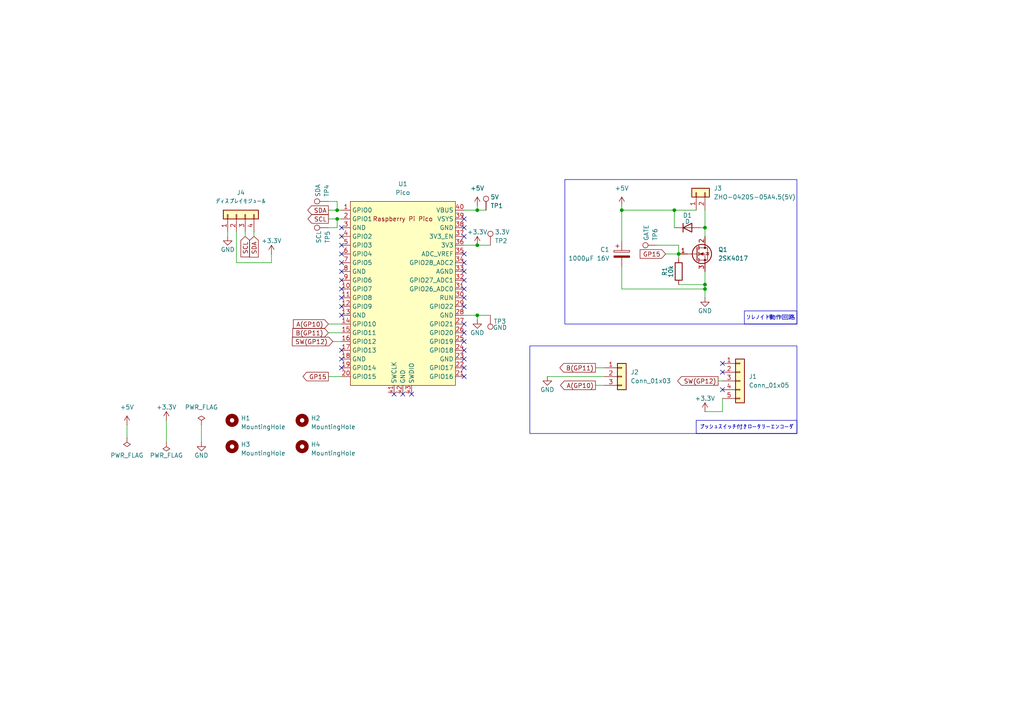
<source format=kicad_sch>
(kicad_sch (version 20231120) (generator "eeschema") (generator_version "8.0")
  (paper "A4")
  (title_block (title "プレゼンタイマー") (date "2026-02-03"))
  (lib_symbols
    (symbol "Connector:TestPoint" (pin_numbers hide) (pin_names (offset 0.762) hide)
      (property "Reference" "TP" (at 0 6.858 0))
      (property "Value" "TestPoint" (at 0 5.08 0))
      (symbol "TestPoint_0_1"
        (circle (center 0 3.302) (radius 0.762))
      )
      (symbol "TestPoint_1_1"
        (pin passive line (at 0 0 90) (length 2.54) (name "1") (number "1"))
      )
    )
    (symbol "Connector_Generic:Conn_01x02" (pin_names (offset 1.016) hide)
      (property "Reference" "J" (at 0 2.54 0))
      (property "Value" "Conn_01x02" (at 0 -5.08 0))
      (symbol "Conn_01x02_1_1"
        (rectangle (start -1.27 -2.413) (end 0 -2.667) (stroke (width 0.1524)))
        (rectangle (start -1.27 0.127) (end 0 -0.127) (stroke (width 0.1524)))
        (rectangle (start -1.27 1.27) (end 1.27 -3.81) (stroke (width 0.254)) (fill (type background)))
        (pin passive line (at -5.08 0 0) (length 3.81) (name "Pin_1") (number "1"))
        (pin passive line (at -5.08 -2.54 0) (length 3.81) (name "Pin_2") (number "2"))
      )
    )
    (symbol "Connector_Generic:Conn_01x03" (pin_names (offset 1.016) hide)
      (property "Reference" "J" (at 0 5.08 0))
      (property "Value" "Conn_01x03" (at 0 -5.08 0))
      (symbol "Conn_01x03_1_1"
        (rectangle (start -1.27 -2.413) (end 0 -2.667) (stroke (width 0.1524)))
        (rectangle (start -1.27 0.127) (end 0 -0.127) (stroke (width 0.1524)))
        (rectangle (start -1.27 2.667) (end 0 2.413) (stroke (width 0.1524)))
        (rectangle (start -1.27 3.81) (end 1.27 -3.81) (stroke (width 0.254)) (fill (type background)))
        (pin passive line (at -5.08 2.54 0) (length 3.81) (name "Pin_1") (number "1"))
        (pin passive line (at -5.08 0 0) (length 3.81) (name "Pin_2") (number "2"))
        (pin passive line (at -5.08 -2.54 0) (length 3.81) (name "Pin_3") (number "3"))
      )
    )
    (symbol "Connector_Generic:Conn_01x04" (pin_names (offset 1.016) hide)
      (property "Reference" "J" (at 0 5.08 0))
      (property "Value" "Conn_01x04" (at 0 -7.62 0))
      (symbol "Conn_01x04_1_1"
        (rectangle (start -1.27 -4.953) (end 0 -5.207) (stroke (width 0.1524)))
        (rectangle (start -1.27 -2.413) (end 0 -2.667) (stroke (width 0.1524)))
        (rectangle (start -1.27 0.127) (end 0 -0.127) (stroke (width 0.1524)))
        (rectangle (start -1.27 2.667) (end 0 2.413) (stroke (width 0.1524)))
        (rectangle (start -1.27 3.81) (end 1.27 -6.35) (stroke (width 0.254)) (fill (type background)))
        (pin passive line (at -5.08 2.54 0) (length 3.81) (name "Pin_1") (number "1"))
        (pin passive line (at -5.08 0 0) (length 3.81) (name "Pin_2") (number "2"))
        (pin passive line (at -5.08 -2.54 0) (length 3.81) (name "Pin_3") (number "3"))
        (pin passive line (at -5.08 -5.08 0) (length 3.81) (name "Pin_4") (number "4"))
      )
    )
    (symbol "Connector_Generic:Conn_01x05" (pin_names (offset 1.016) hide)
      (property "Reference" "J" (at 0 7.62 0))
      (property "Value" "Conn_01x05" (at 0 -7.62 0))
      (symbol "Conn_01x05_1_1"
        (rectangle (start -1.27 -4.953) (end 0 -5.207) (stroke (width 0.1524)))
        (rectangle (start -1.27 -2.413) (end 0 -2.667) (stroke (width 0.1524)))
        (rectangle (start -1.27 0.127) (end 0 -0.127) (stroke (width 0.1524)))
        (rectangle (start -1.27 2.667) (end 0 2.413) (stroke (width 0.1524)))
        (rectangle (start -1.27 5.207) (end 0 4.953) (stroke (width 0.1524)))
        (rectangle (start -1.27 6.35) (end 1.27 -6.35) (stroke (width 0.254)) (fill (type background)))
        (pin passive line (at -5.08 5.08 0) (length 3.81) (name "Pin_1") (number "1"))
        (pin passive line (at -5.08 2.54 0) (length 3.81) (name "Pin_2") (number "2"))
        (pin passive line (at -5.08 0 0) (length 3.81) (name "Pin_3") (number "3"))
        (pin passive line (at -5.08 -2.54 0) (length 3.81) (name "Pin_4") (number "4"))
        (pin passive line (at -5.08 -5.08 0) (length 3.81) (name "Pin_5") (number "5"))
      )
    )
    (symbol "Device:C_Polarized" (pin_numbers hide) (pin_names (offset 0.254))
      (property "Reference" "C" (at 0.635 2.54 0))
      (property "Value" "C_Polarized" (at 0.635 -2.54 0))
      (symbol "C_Polarized_0_1"
        (rectangle (start -2.286 0.508) (end 2.286 1.016))
        (polyline (pts (xy -1.778 2.286) (xy -0.762 2.286)))
        (polyline (pts (xy -1.27 2.794) (xy -1.27 1.778)))
        (rectangle (start 2.286 -0.508) (end -2.286 -1.016) (fill (type outline)))
      )
      (symbol "C_Polarized_1_1"
        (pin passive line (at 0 3.81 270) (length 2.794) (name "~") (number "1"))
        (pin passive line (at 0 -3.81 90) (length 2.794) (name "~") (number "2"))
      )
    )
    (symbol "Device:D" (pin_numbers hide) (pin_names (offset 1.016) hide)
      (property "Reference" "D" (at 0 2.54 0))
      (property "Value" "D" (at 0 -2.54 0))
      (symbol "D_0_1"
        (polyline (pts (xy -1.27 1.27) (xy -1.27 -1.27)) (stroke (width 0.254)))
        (polyline (pts (xy 1.27 0) (xy -1.27 0)))
        (polyline (pts (xy 1.27 1.27) (xy 1.27 -1.27) (xy -1.27 0) (xy 1.27 1.27)) (stroke (width 0.254)))
      )
      (symbol "D_1_1"
        (pin passive line (at -3.81 0 0) (length 2.54) (name "K") (number "1"))
        (pin passive line (at 3.81 0 180) (length 2.54) (name "A") (number "2"))
      )
    )
    (symbol "Device:Q_NMOS_GDS" (pin_names (offset 0) hide)
      (property "Reference" "Q" (at 5.08 1.27 0))
      (property "Value" "Q_NMOS_GDS" (at 5.08 -1.27 0))
      (symbol "Q_NMOS_GDS_0_1"
        (polyline (pts (xy 0.254 0) (xy -2.54 0)))
        (polyline (pts (xy 0.254 1.905) (xy 0.254 -1.905)) (stroke (width 0.254)))
        (polyline (pts (xy 0.762 -1.27) (xy 0.762 -2.286)) (stroke (width 0.254)))
        (polyline (pts (xy 0.762 0.508) (xy 0.762 -0.508)) (stroke (width 0.254)))
        (polyline (pts (xy 0.762 2.286) (xy 0.762 1.27)) (stroke (width 0.254)))
        (polyline (pts (xy 2.54 2.54) (xy 2.54 1.778)))
        (polyline (pts (xy 2.54 -2.54) (xy 2.54 0) (xy 0.762 0)))
        (polyline (pts (xy 0.762 -1.778) (xy 3.302 -1.778) (xy 3.302 1.778) (xy 0.762 1.778)))
        (polyline (pts (xy 1.016 0) (xy 2.032 0.381) (xy 2.032 -0.381) (xy 1.016 0)) (fill (type outline)))
        (polyline (pts (xy 2.794 0.508) (xy 2.921 0.381) (xy 3.683 0.381) (xy 3.81 0.254)))
        (polyline (pts (xy 3.302 0.381) (xy 2.921 -0.254) (xy 3.683 -0.254) (xy 3.302 0.381)))
        (circle (center 1.651 0) (radius 2.794) (stroke (width 0.254)))
        (circle (center 2.54 -1.778) (radius 0.254) (fill (type outline)))
        (circle (center 2.54 1.778) (radius 0.254) (fill (type outline)))
      )
      (symbol "Q_NMOS_GDS_1_1"
        (pin input line (at -5.08 0 0) (length 2.54) (name "G") (number "1"))
        (pin passive line (at 2.54 5.08 270) (length 2.54) (name "D") (number "2"))
        (pin passive line (at 2.54 -5.08 90) (length 2.54) (name "S") (number "3"))
      )
    )
    (symbol "Device:R" (pin_numbers hide) (pin_names (offset 0))
      (property "Reference" "R" (at 2.032 0 90))
      (property "Value" "R" (at 0 0 90))
      (symbol "R_0_1"
        (rectangle (start -1.016 -2.54) (end 1.016 2.54) (stroke (width 0.254)))
      )
      (symbol "R_1_1"
        (pin passive line (at 0 3.81 270) (length 1.27) (name "~") (number "1"))
        (pin passive line (at 0 -3.81 90) (length 1.27) (name "~") (number "2"))
      )
    )
    (symbol "MCU_RaspberryPi_and_Boards:Pico"
      (property "Reference" "U" (at -13.97 27.94 0))
      (property "Value" "Pico" (at 0 19.05 0))
      (symbol "Pico_0_0"
        (text "Raspberry Pi Pico" (at 0 21.59 0) (effects (font (size 1.27 1.27))))
      )
      (symbol "Pico_0_1"
        (rectangle (start -15.24 26.67) (end 15.24 -26.67) (fill (type background)))
      )
      (symbol "Pico_1_1"
        (pin bidirectional line (at -17.78 24.13 0) (length 2.54) (name "GPIO0") (number "1"))
        (pin bidirectional line (at -17.78 1.27 0) (length 2.54) (name "GPIO7") (number "10"))
        (pin bidirectional line (at -17.78 -1.27 0) (length 2.54) (name "GPIO8") (number "11"))
        (pin bidirectional line (at -17.78 -3.81 0) (length 2.54) (name "GPIO9") (number "12"))
        (pin power_in line (at -17.78 -6.35 0) (length 2.54) (name "GND") (number "13"))
        (pin bidirectional line (at -17.78 -8.89 0) (length 2.54) (name "GPIO10") (number "14"))
        (pin bidirectional line (at -17.78 -11.43 0) (length 2.54) (name "GPIO11") (number "15"))
        (pin bidirectional line (at -17.78 -13.97 0) (length 2.54) (name "GPIO12") (number "16"))
        (pin bidirectional line (at -17.78 -16.51 0) (length 2.54) (name "GPIO13") (number "17"))
        (pin power_in line (at -17.78 -19.05 0) (length 2.54) (name "GND") (number "18"))
        (pin bidirectional line (at -17.78 -21.59 0) (length 2.54) (name "GPIO14") (number "19"))
        (pin bidirectional line (at -17.78 21.59 0) (length 2.54) (name "GPIO1") (number "2"))
        (pin bidirectional line (at -17.78 -24.13 0) (length 2.54) (name "GPIO15") (number "20"))
        (pin bidirectional line (at 17.78 -24.13 180) (length 2.54) (name "GPIO16") (number "21"))
        (pin bidirectional line (at 17.78 -21.59 180) (length 2.54) (name "GPIO17") (number "22"))
        (pin power_in line (at 17.78 -19.05 180) (length 2.54) (name "GND") (number "23"))
        (pin bidirectional line (at 17.78 -16.51 180) (length 2.54) (name "GPIO18") (number "24"))
        (pin bidirectional line (at 17.78 -13.97 180) (length 2.54) (name "GPIO19") (number "25"))
        (pin bidirectional line (at 17.78 -11.43 180) (length 2.54) (name "GPIO20") (number "26"))
        (pin bidirectional line (at 17.78 -8.89 180) (length 2.54) (name "GPIO21") (number "27"))
        (pin power_in line (at 17.78 -6.35 180) (length 2.54) (name "GND") (number "28"))
        (pin bidirectional line (at 17.78 -3.81 180) (length 2.54) (name "GPIO22") (number "29"))
        (pin power_in line (at -17.78 19.05 0) (length 2.54) (name "GND") (number "3"))
        (pin input line (at 17.78 -1.27 180) (length 2.54) (name "RUN") (number "30"))
        (pin bidirectional line (at 17.78 1.27 180) (length 2.54) (name "GPIO26_ADC0") (number "31"))
        (pin bidirectional line (at 17.78 3.81 180) (length 2.54) (name "GPIO27_ADC1") (number "32"))
        (pin power_in line (at 17.78 6.35 180) (length 2.54) (name "AGND") (number "33"))
        (pin bidirectional line (at 17.78 8.89 180) (length 2.54) (name "GPIO28_ADC2") (number "34"))
        (pin power_in line (at 17.78 11.43 180) (length 2.54) (name "ADC_VREF") (number "35"))
        (pin power_in line (at 17.78 13.97 180) (length 2.54) (name "3V3") (number "36"))
        (pin input line (at 17.78 16.51 180) (length 2.54) (name "3V3_EN") (number "37"))
        (pin bidirectional line (at 17.78 19.05 180) (length 2.54) (name "GND") (number "38"))
        (pin power_in line (at 17.78 21.59 180) (length 2.54) (name "VSYS") (number "39"))
        (pin bidirectional line (at -17.78 16.51 0) (length 2.54) (name "GPIO2") (number "4"))
        (pin power_in line (at 17.78 24.13 180) (length 2.54) (name "VBUS") (number "40"))
        (pin input line (at -2.54 -29.21 90) (length 2.54) (name "SWCLK") (number "41"))
        (pin power_in line (at 0 -29.21 90) (length 2.54) (name "GND") (number "42"))
        (pin bidirectional line (at 2.54 -29.21 90) (length 2.54) (name "SWDIO") (number "43"))
        (pin bidirectional line (at -17.78 13.97 0) (length 2.54) (name "GPIO3") (number "5"))
        (pin bidirectional line (at -17.78 11.43 0) (length 2.54) (name "GPIO4") (number "6"))
        (pin bidirectional line (at -17.78 8.89 0) (length 2.54) (name "GPIO5") (number "7"))
        (pin power_in line (at -17.78 6.35 0) (length 2.54) (name "GND") (number "8"))
        (pin bidirectional line (at -17.78 3.81 0) (length 2.54) (name "GPIO6") (number "9"))
      )
    )
    (symbol "Mechanical:MountingHole" (pin_names (offset 1.016))
      (property "Reference" "H" (at 0 5.08 0))
      (property "Value" "MountingHole" (at 0 3.175 0))
      (symbol "MountingHole_0_1"
        (circle (center 0 0) (radius 1.27) (stroke (width 1.27)))
      )
    )
    (symbol "power:+3.3V" (power) (pin_numbers hide) (pin_names (offset 0) hide)
      (property "Value" "+3.3V" (at 0 3.556 0))
      (symbol "+3.3V_0_1"
        (polyline (pts (xy -0.762 1.27) (xy 0 2.54)))
        (polyline (pts (xy 0 0) (xy 0 2.54)))
        (polyline (pts (xy 0 2.54) (xy 0.762 1.27)))
      )
      (symbol "+3.3V_1_1"
        (pin power_in line (at 0 0 90) (length 0) (name "~") (number "1"))
      )
    )
    (symbol "power:+5V" (power) (pin_numbers hide) (pin_names (offset 0) hide)
      (property "Value" "+5V" (at 0 3.556 0))
      (symbol "+5V_0_1"
        (polyline (pts (xy -0.762 1.27) (xy 0 2.54)))
        (polyline (pts (xy 0 0) (xy 0 2.54)))
        (polyline (pts (xy 0 2.54) (xy 0.762 1.27)))
      )
      (symbol "+5V_1_1"
        (pin power_in line (at 0 0 90) (length 0) (name "~") (number "1"))
      )
    )
    (symbol "power:GND" (power) (pin_numbers hide) (pin_names (offset 0) hide)
      (property "Value" "GND" (at 0 -3.81 0))
      (symbol "GND_0_1"
        (polyline (pts (xy 0 0) (xy 0 -1.27) (xy 1.27 -1.27) (xy 0 -2.54) (xy -1.27 -1.27) (xy 0 -1.27)))
      )
      (symbol "GND_1_1"
        (pin power_in line (at 0 0 270) (length 0) (name "~") (number "1"))
      )
    )
    (symbol "power:PWR_FLAG" (power) (pin_numbers hide) (pin_names (offset 0) hide)
      (property "Value" "PWR_FLAG" (at 0 3.81 0))
      (symbol "PWR_FLAG_0_0"
        (pin power_out line (at 0 0 90) (length 0) (name "~") (number "1"))
      )
      (symbol "PWR_FLAG_0_1"
        (polyline (pts (xy 0 0) (xy 0 1.27) (xy -1.016 1.905) (xy 0 2.54) (xy 1.016 1.905) (xy 0 1.27)))
      )
    )
  )
  (junction (at 195.58 60.96))
  (junction (at 204.47 66.04))
  (junction (at 204.47 82.55))
  (junction (at 97.79 60.96))
  (junction (at 196.85 73.66))
  (junction (at 204.47 83.82))
  (junction (at 138.43 71.12))
  (junction (at 180.34 60.96))
  (junction (at 138.43 91.44))
  (junction (at 138.43 60.96))
  (junction (at 97.79 63.5))
  (no_connect (at 99.06 104.14))
  (no_connect (at 99.06 101.6))
  (no_connect (at 134.62 66.04))
  (no_connect (at 209.55 105.41))
  (no_connect (at 209.55 113.03))
  (no_connect (at 99.06 106.68))
  (no_connect (at 134.62 93.98))
  (no_connect (at 134.62 78.74))
  (no_connect (at 209.55 107.95))
  (no_connect (at 134.62 83.82))
  (no_connect (at 99.06 81.28))
  (no_connect (at 119.38 114.3))
  (no_connect (at 99.06 91.44))
  (no_connect (at 99.06 73.66))
  (no_connect (at 134.62 73.66))
  (no_connect (at 99.06 78.74))
  (no_connect (at 134.62 88.9))
  (no_connect (at 99.06 71.12))
  (no_connect (at 99.06 76.2))
  (no_connect (at 134.62 101.6))
  (no_connect (at 134.62 96.52))
  (no_connect (at 99.06 88.9))
  (no_connect (at 99.06 66.04))
  (no_connect (at 134.62 86.36))
  (no_connect (at 134.62 99.06))
  (no_connect (at 99.06 86.36))
  (no_connect (at 134.62 68.58))
  (no_connect (at 134.62 81.28))
  (no_connect (at 116.84 114.3))
  (no_connect (at 134.62 109.22))
  (no_connect (at 134.62 104.14))
  (no_connect (at 99.06 68.58))
  (no_connect (at 134.62 76.2))
  (no_connect (at 134.62 63.5))
  (no_connect (at 99.06 83.82))
  (no_connect (at 114.3 114.3))
  (no_connect (at 134.62 106.68))
  (wire (pts (xy 208.28 110.49) (xy 209.55 110.49)))
  (wire (pts (xy 195.58 60.96) (xy 201.93 60.96)))
  (wire (pts (xy 190.5 71.12) (xy 196.85 71.12)))
  (wire (pts (xy 97.79 63.5) (xy 99.06 63.5)))
  (wire (pts (xy 95.25 96.52) (xy 99.06 96.52)))
  (wire (pts (xy 58.42 123.19) (xy 58.42 128.27)))
  (wire (pts (xy 180.34 69.85) (xy 180.34 60.96)))
  (wire (pts (xy 196.85 82.55) (xy 204.47 82.55)))
  (wire (pts (xy 138.43 60.96) (xy 140.97 60.96)))
  (wire (pts (xy 134.62 91.44) (xy 138.43 91.44)))
  (wire (pts (xy 95.25 60.96) (xy 97.79 60.96)))
  (wire (pts (xy 180.34 59.69) (xy 180.34 60.96)))
  (wire (pts (xy 193.04 73.66) (xy 196.85 73.66)))
  (wire (pts (xy 138.43 91.44) (xy 142.24 91.44)))
  (wire (pts (xy 196.85 74.93) (xy 196.85 73.66)))
  (wire (pts (xy 180.34 77.47) (xy 180.34 83.82)))
  (wire (pts (xy 97.79 60.96) (xy 99.06 60.96)))
  (wire (pts (xy 97.79 58.42) (xy 97.79 60.96)))
  (wire (pts (xy 95.25 109.22) (xy 99.06 109.22)))
  (wire (pts (xy 209.55 119.38) (xy 204.47 119.38)))
  (wire (pts (xy 204.47 83.82) (xy 204.47 86.36)))
  (wire (pts (xy 204.47 78.74) (xy 204.47 82.55)))
  (wire (pts (xy 195.58 60.96) (xy 195.58 66.04)))
  (wire (pts (xy 73.66 67.31) (xy 73.66 68.58)))
  (wire (pts (xy 158.75 109.22) (xy 175.26 109.22)))
  (wire (pts (xy 95.25 63.5) (xy 97.79 63.5)))
  (wire (pts (xy 204.47 66.04) (xy 204.47 68.58)))
  (wire (pts (xy 138.43 71.12) (xy 142.24 71.12)))
  (wire (pts (xy 97.79 66.04) (xy 97.79 63.5)))
  (wire (pts (xy 180.34 60.96) (xy 195.58 60.96)))
  (wire (pts (xy 209.55 119.38) (xy 209.55 115.57)))
  (wire (pts (xy 95.25 93.98) (xy 99.06 93.98)))
  (wire (pts (xy 204.47 82.55) (xy 204.47 83.82)))
  (wire (pts (xy 66.04 68.58) (xy 66.04 67.31)))
  (wire (pts (xy 204.47 60.96) (xy 204.47 66.04)))
  (wire (pts (xy 138.43 59.69) (xy 138.43 60.96)))
  (wire (pts (xy 180.34 83.82) (xy 204.47 83.82)))
  (wire (pts (xy 196.85 71.12) (xy 196.85 73.66)))
  (wire (pts (xy 96.52 99.06) (xy 99.06 99.06)))
  (wire (pts (xy 95.25 66.04) (xy 97.79 66.04)))
  (wire (pts (xy 172.72 111.76) (xy 175.26 111.76)))
  (wire (pts (xy 172.72 106.68) (xy 175.26 106.68)))
  (wire (pts (xy 95.25 58.42) (xy 97.79 58.42)))
  (wire (pts (xy 134.62 71.12) (xy 138.43 71.12)))
  (wire (pts (xy 36.83 123.19) (xy 36.83 127)))
  (wire (pts (xy 204.47 66.04) (xy 203.2 66.04)))
  (wire (pts (xy 68.58 76.2) (xy 78.74 76.2)))
  (wire (pts (xy 68.58 67.31) (xy 68.58 76.2)))
  (wire (pts (xy 138.43 60.96) (xy 134.62 60.96)))
  (wire (pts (xy 138.43 92.71) (xy 138.43 91.44)))
  (wire (pts (xy 48.26 128.27) (xy 48.26 121.92)))
  (wire (pts (xy 71.12 67.31) (xy 71.12 68.58)))
  (wire (pts (xy 78.74 76.2) (xy 78.74 73.66)))
  (rectangle (start 163.83 52.07) (end 231.14 93.98))
  (rectangle (start 153.67 100.33) (end 231.14 125.73))
  (text_box "プッシュスイッチ付きロータリーエンコーダ\n" (at 201.93 121.92 0) (size 29.21 3.81) (effects (font (size 1.27 1.27))))
  (text_box "ソレノイド動作回路\n" (at 215.9 90.17 0) (size 15.24 3.81) (effects (font (size 1.27 1.27))))
  (global_label "B(GP11)" (shape input) (at 95.25 96.52 180) (property "Intersheetrefs" "${INTERSHEET_REFS}" (effects (hide yes))))
  (global_label "SCL" (shape input) (at 71.12 68.58 270) (property "Intersheetrefs" "${INTERSHEET_REFS}" (effects (hide yes))))
  (global_label "B(GP11)" (shape output) (at 172.72 106.68 180) (property "Intersheetrefs" "${INTERSHEET_REFS}" (effects (hide yes))))
  (global_label "GP15" (shape output) (at 95.25 109.22 180) (property "Intersheetrefs" "${INTERSHEET_REFS}" (effects (hide yes))))
  (global_label "A(GP10)" (shape input) (at 95.25 93.98 180) (property "Intersheetrefs" "${INTERSHEET_REFS}" (effects (hide yes))))
  (global_label "SCL" (shape output) (at 95.25 63.5 180) (property "Intersheetrefs" "${INTERSHEET_REFS}" (effects (hide yes))))
  (global_label "SDA" (shape input) (at 73.66 68.58 270) (property "Intersheetrefs" "${INTERSHEET_REFS}" (effects (hide yes))))
  (global_label "SDA" (shape output) (at 95.25 60.96 180) (property "Intersheetrefs" "${INTERSHEET_REFS}" (effects (hide yes))))
  (global_label "GP15" (shape input) (at 193.04 73.66 180) (property "Intersheetrefs" "${INTERSHEET_REFS}" (effects (hide yes))))
  (global_label "SW(GP12)" (shape input) (at 96.52 99.06 180) (property "Intersheetrefs" "${INTERSHEET_REFS}" (effects (hide yes))))
  (global_label "SW(GP12)" (shape output) (at 208.28 110.49 180) (property "Intersheetrefs" "${INTERSHEET_REFS}" (effects (hide yes))))
  (global_label "A(GP10)" (shape output) (at 172.72 111.76 180) (property "Intersheetrefs" "${INTERSHEET_REFS}" (effects (hide yes))))
  (symbol (lib_id "power:+5V") (at 36.83 123.19 0) (unit 1)
    (property "Reference" "#PWR012" (effects (hide yes)))
    (property "Value" "+5V" (at 36.83 118.11 0))
    (property "Description" "Power symbol creates a global label with name \"+5V\"" (effects (hide yes)))
  )
  (symbol (lib_id "power:PWR_FLAG") (at 36.83 127 180) (unit 1)
    (property "Reference" "#FLG03" (effects (hide yes)))
    (property "Value" "PWR_FLAG" (at 36.83 132.08 0))
    (property "Description" "Special symbol for telling ERC where power comes from" (effects (hide yes)))
  )
  (symbol (lib_id "power:+5V") (at 138.43 59.69 0) (unit 1)
    (property "Reference" "#PWR03" (effects (hide yes)))
    (property "Value" "+5V" (at 138.43 54.61 0))
    (property "Description" "Power symbol creates a global label with name \"+5V\"" (effects (hide yes)))
  )
  (symbol (lib_id "Connector_Generic:Conn_01x04") (at 68.58 62.23 90) (unit 1)
    (property "Reference" "J4" (at 69.85 55.88 90))
    (property "Value" "ディスプレイモジュール" (at 69.85 58.42 90))
    (property "Footprint" "Connector_PinSocket_2.54mm:PinSocket_1x04_P2.54mm_Vertical" (effects (hide yes)))
    (property "Description" "Generic connector, single row, 01x04, script generated (kicad-library-utils/schlib/autogen/connector/)" (effects (hide yes)))
  )
  (symbol (lib_id "power:PWR_FLAG") (at 48.26 128.27 180) (unit 1)
    (property "Reference" "#FLG02" (effects (hide yes)))
    (property "Value" "PWR_FLAG" (at 48.26 132.08 0))
    (property "Description" "Special symbol for telling ERC where power comes from" (effects (hide yes)))
  )
  (symbol (lib_id "power:GND") (at 204.47 86.36 0) (unit 1)
    (property "Reference" "#PWR02" (effects (hide yes)))
    (property "Value" "GND" (at 204.47 90.17 0))
    (property "Description" "Power symbol creates a global label with name \"GND\" , ground" (effects (hide yes)))
  )
  (symbol (lib_id "power:GND") (at 158.75 109.22 0) (unit 1)
    (property "Reference" "#PWR09" (effects (hide yes)))
    (property "Value" "GND" (at 158.75 113.03 0))
    (property "Description" "Power symbol creates a global label with name \"GND\" , ground" (effects (hide yes)))
  )
  (symbol (lib_id "Connector:TestPoint") (at 190.5 71.12 90) (unit 1) (exclude_from_sim yes)
    (property "Reference" "TP6" (at 189.992 69.85 0) (effects (justify left)))
    (property "Value" "GATE" (at 187.452 69.85 0) (effects (justify left)))
    (property "Footprint" "TestPoint:TestPoint_THTPad_D2.0mm_Drill1.0mm" (effects (hide yes)))
  )
  (symbol (lib_id "power:+3.3V") (at 204.47 119.38 0) (unit 1)
    (property "Reference" "#PWR08" (effects (hide yes)))
    (property "Value" "+3.3V" (at 204.47 115.57 0))
    (property "Description" "Power symbol creates a global label with name \"+3.3V\"" (effects (hide yes)))
  )
  (symbol (lib_id "Connector:TestPoint") (at 140.97 60.96 0) (unit 1) (exclude_from_sim yes)
    (property "Reference" "TP1" (at 142.24 59.69 0) (effects (justify left)))
    (property "Value" "5V" (at 142.24 57.15 0) (effects (justify left)))
    (property "Footprint" "TestPoint:TestPoint_THTPad_D2.0mm_Drill1.0mm" (effects (hide yes)))
  )
  (symbol (lib_id "Mechanical:MountingHole") (at 87.63 129.54 0) (unit 1) (exclude_from_sim yes)
    (property "Reference" "H4" (at 90.17 128.905 0) (effects (justify left)))
    (property "Value" "MountingHole" (at 90.17 131.445 0) (effects (justify left)))
    (property "Footprint" "MountingHole:MountingHole_3.2mm_M3" (effects (hide yes)))
  )
  (symbol (lib_id "Mechanical:MountingHole") (at 67.31 121.92 0) (unit 1) (exclude_from_sim yes)
    (property "Reference" "H1" (at 69.85 121.285 0) (effects (justify left)))
    (property "Value" "MountingHole" (at 69.85 123.825 0) (effects (justify left)))
    (property "Footprint" "MountingHole:MountingHole_3.2mm_M3" (effects (hide yes)))
  )
  (symbol (lib_id "Device:R") (at 196.85 78.74 0) (unit 1)
    (property "Reference" "R1" (at 192.786 78.74 90))
    (property "Value" "10k" (at 194.564 78.74 90))
    (property "Footprint" "Resistor_THT:R_Axial_DIN0207_L6.3mm_D2.5mm_P7.62mm_Horizontal" (effects (hide yes)))
    (property "Description" "Resistor" (effects (hide yes)))
  )
  (symbol (lib_id "Connector_Generic:Conn_01x03") (at 180.34 109.22 0) (unit 1)
    (property "Reference" "J2" (at 182.88 107.9499 0) (effects (justify left)))
    (property "Value" "Conn_01x03" (at 182.88 110.4899 0) (effects (justify left)))
    (property "Footprint" "Connector_PinSocket_2.54mm:PinSocket_1x03_P2.54mm_Vertical" (effects (hide yes)))
    (property "Description" "Generic connector, single row, 01x03, script generated (kicad-library-utils/schlib/autogen/connector/)" (effects (hide yes)))
  )
  (symbol (lib_id "power:PWR_FLAG") (at 58.42 123.19 0) (unit 1)
    (property "Reference" "#FLG04" (effects (hide yes)))
    (property "Value" "PWR_FLAG" (at 58.42 118.11 0))
    (property "Description" "Special symbol for telling ERC where power comes from" (effects (hide yes)))
  )
  (symbol (lib_id "Connector:TestPoint") (at 142.24 71.12 0) (unit 1) (exclude_from_sim yes)
    (property "Reference" "TP2" (at 143.51 69.85 0) (effects (justify left)))
    (property "Value" "3.3V" (at 143.51 67.31 0) (effects (justify left)))
    (property "Footprint" "TestPoint:TestPoint_THTPad_D2.0mm_Drill1.0mm" (effects (hide yes)))
  )
  (symbol (lib_id "Connector_Generic:Conn_01x02") (at 201.93 55.88 90) (unit 1)
    (property "Reference" "J3" (at 207.01 54.6099 90) (effects (justify right)))
    (property "Value" "ZHO-0420S-05A4.5(5V)" (at 207.01 57.1499 90) (effects (justify right)))
    (property "Footprint" "Connector_JST:JST_PH_B2B-PH-K_1x02_P2.00mm_Vertical" (effects (hide yes)))
    (property "Description" "Generic connector, single row, 01x02, script generated (kicad-library-utils/schlib/autogen/connector/)" (effects (hide yes)))
  )
  (symbol (lib_id "Connector_Generic:Conn_01x05") (at 214.63 110.49 0) (unit 1)
    (property "Reference" "J1" (at 217.17 109.2199 0) (effects (justify left)))
    (property "Value" "Conn_01x05" (at 217.17 111.7599 0) (effects (justify left)))
    (property "Footprint" "Connector_PinSocket_2.54mm:PinSocket_1x05_P2.54mm_Vertical" (effects (hide yes)))
    (property "Description" "Generic connector, single row, 01x05, script generated (kicad-library-utils/schlib/autogen/connector/)" (effects (hide yes)))
  )
  (symbol (lib_id "power:+3.3V") (at 78.74 73.66 0) (unit 1)
    (property "Reference" "#PWR07" (effects (hide yes)))
    (property "Value" "+3.3V" (at 78.74 69.85 0))
    (property "Description" "Power symbol creates a global label with name \"+3.3V\"" (effects (hide yes)))
  )
  (symbol (lib_id "Mechanical:MountingHole") (at 67.31 129.54 0) (unit 1) (exclude_from_sim yes)
    (property "Reference" "H3" (at 69.85 128.905 0) (effects (justify left)))
    (property "Value" "MountingHole" (at 69.85 131.445 0) (effects (justify left)))
    (property "Footprint" "MountingHole:MountingHole_3.2mm_M3" (effects (hide yes)))
  )
  (symbol (lib_id "Connector:TestPoint") (at 95.25 66.04 90) (unit 1) (exclude_from_sim yes)
    (property "Reference" "TP5" (at 94.996 70.612 0) (effects (justify left)))
    (property "Value" "SCL" (at 92.456 70.612 0) (effects (justify left)))
    (property "Footprint" "TestPoint:TestPoint_THTPad_D2.0mm_Drill1.0mm" (effects (hide yes)))
  )
  (symbol (lib_id "power:GND") (at 66.04 68.58 0) (unit 1)
    (property "Reference" "#PWR06" (effects (hide yes)))
    (property "Value" "GND" (at 66.04 72.39 0))
    (property "Description" "Power symbol creates a global label with name \"GND\" , ground" (effects (hide yes)))
  )
  (symbol (lib_id "Mechanical:MountingHole") (at 87.63 121.92 0) (unit 1) (exclude_from_sim yes)
    (property "Reference" "H2" (at 90.17 121.285 0) (effects (justify left)))
    (property "Value" "MountingHole" (at 90.17 123.825 0) (effects (justify left)))
    (property "Footprint" "MountingHole:MountingHole_3.2mm_M3" (effects (hide yes)))
  )
  (symbol (lib_id "MCU_RaspberryPi_and_Boards:Pico") (at 116.84 85.09 0) (unit 1)
    (property "Reference" "U1" (at 116.84 53.34 0))
    (property "Value" "Pico" (at 116.84 55.88 0))
    (property "Footprint" "MCU_RaspberryPi_and_Boards:RPi_Pico_SMD_TH" (effects (hide yes)))
  )
  (symbol (lib_id "power:GND") (at 138.43 92.71 0) (unit 1)
    (property "Reference" "#PWR04" (effects (hide yes)))
    (property "Value" "GND" (at 138.43 96.52 0))
    (property "Description" "Power symbol creates a global label with name \"GND\" , ground" (effects (hide yes)))
  )
  (symbol (lib_id "Connector:TestPoint") (at 95.25 58.42 90) (unit 1) (exclude_from_sim yes)
    (property "Reference" "TP4" (at 94.742 57.15 0) (effects (justify left)))
    (property "Value" "SDA" (at 92.202 57.15 0) (effects (justify left)))
    (property "Footprint" "TestPoint:TestPoint_THTPad_D2.0mm_Drill1.0mm" (effects (hide yes)))
  )
  (symbol (lib_id "Connector:TestPoint") (at 142.24 91.44 180) (unit 1) (exclude_from_sim yes)
    (property "Reference" "TP3" (at 146.812 93.218 0) (effects (justify left)))
    (property "Value" "GND" (at 147.066 94.996 0) (effects (justify left)))
    (property "Footprint" "TestPoint:TestPoint_THTPad_D2.0mm_Drill1.0mm" (effects (hide yes)))
  )
  (symbol (lib_id "Device:D") (at 199.39 66.04 0) (unit 1)
    (property "Reference" "D1" (at 199.39 62.484 0))
    (property "Value" "D" (at 199.39 64.262 0))
    (property "Footprint" "Diode_THT:D_DO-41_SOD81_P10.16mm_Horizontal" (effects (hide yes)))
    (property "Description" "Diode" (effects (hide yes)))
    (property "Sim.Device" "D" (effects (hide yes)))
    (property "Sim.Pins" "1=K 2=A" (effects (hide yes)))
  )
  (symbol (lib_id "power:GND") (at 58.42 128.27 0) (unit 1)
    (property "Reference" "#PWR010" (effects (hide yes)))
    (property "Value" "GND" (at 58.42 132.08 0))
    (property "Description" "Power symbol creates a global label with name \"GND\" , ground" (effects (hide yes)))
  )
  (symbol (lib_id "Device:C_Polarized") (at 180.34 73.66 0) (unit 1)
    (property "Reference" "C1" (at 176.784 72.39 0) (effects (justify right)))
    (property "Value" "1000µF 16V" (at 176.784 74.93 0) (effects (justify right)))
    (property "Footprint" "Capacitor_THT:CP_Radial_D10.0mm_P5.00mm" (effects (hide yes)))
    (property "Description" "Polarized capacitor" (effects (hide yes)))
  )
  (symbol (lib_id "power:+5V") (at 180.34 59.69 0) (unit 1)
    (property "Reference" "#PWR01" (effects (hide yes)))
    (property "Value" "+5V" (at 180.34 54.61 0))
    (property "Description" "Power symbol creates a global label with name \"+5V\"" (effects (hide yes)))
  )
  (symbol (lib_id "Device:Q_NMOS_GDS") (at 201.93 73.66 0) (unit 1)
    (property "Reference" "Q1" (at 208.28 72.3899 0) (effects (justify left)))
    (property "Value" "2SK4017" (at 208.28 74.9299 0) (effects (justify left)))
    (property "Footprint" "Package_TO_SOT_THT:TO-251-3_Vertical" (effects (hide yes)))
    (property "Description" "N-MOSFET transistor, gate/drain/source" (effects (hide yes)))
  )
  (symbol (lib_id "power:+3.3V") (at 138.43 71.12 0) (unit 1)
    (property "Reference" "#PWR05" (effects (hide yes)))
    (property "Value" "+3.3V" (at 138.43 67.31 0))
    (property "Description" "Power symbol creates a global label with name \"+3.3V\"" (effects (hide yes)))
  )
  (symbol (lib_id "power:+3.3V") (at 48.26 121.92 0) (unit 1)
    (property "Reference" "#PWR011" (effects (hide yes)))
    (property "Value" "+3.3V" (at 48.26 118.11 0))
    (property "Description" "Power symbol creates a global label with name \"+3.3V\"" (effects (hide yes)))
  )
)
</source>
